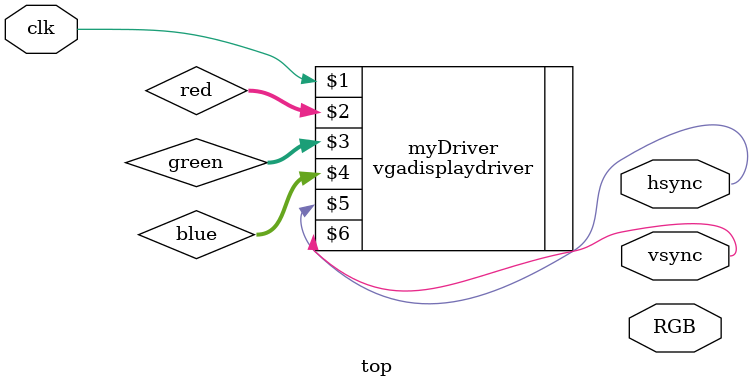
<source format=sv>
`timescale 1ns / 1ps
`default_nettype none

module top(
    input clk,
    output hsync, vsync,
    output [11:0] RGB
    );
    
    wire [3:0] red, green, blue;
    wire hsync, vsync;
    
    vgadisplaydriver myDriver(clk, red, green, blue, hsync, vsync); 
    
endmodule

</source>
